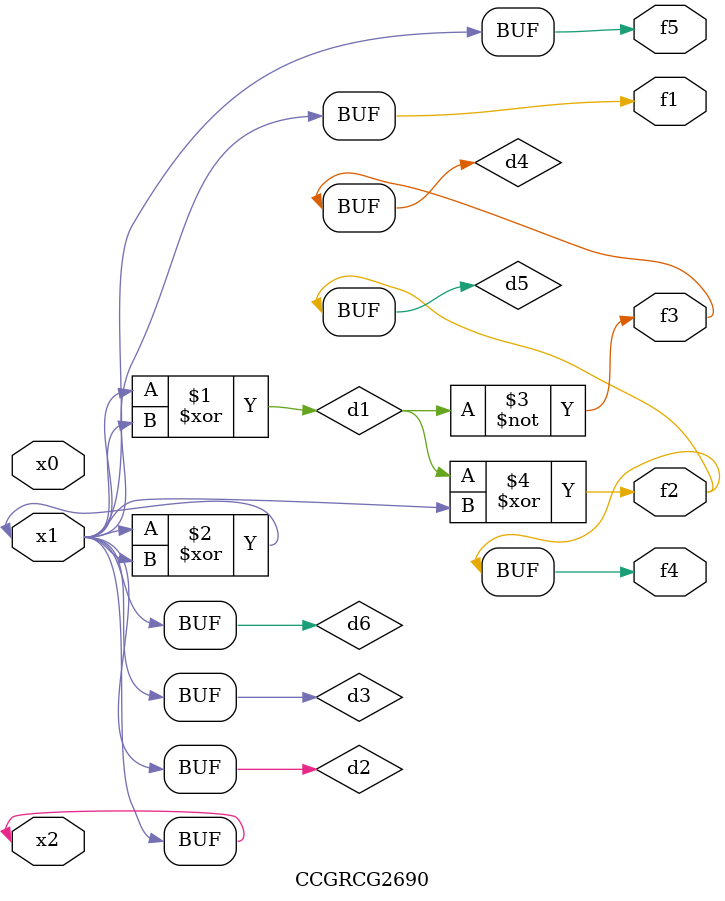
<source format=v>
module CCGRCG2690(
	input x0, x1, x2,
	output f1, f2, f3, f4, f5
);

	wire d1, d2, d3, d4, d5, d6;

	xor (d1, x1, x2);
	buf (d2, x1, x2);
	xor (d3, x1, x2);
	nor (d4, d1);
	xor (d5, d1, d2);
	buf (d6, d2, d3);
	assign f1 = d6;
	assign f2 = d5;
	assign f3 = d4;
	assign f4 = d5;
	assign f5 = d6;
endmodule

</source>
